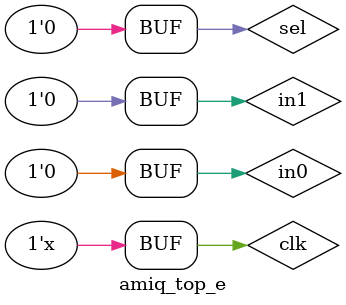
<source format=sv>
/******************************************************************************
* (C) Copyright 2019 AMIQ Consulting
*
* Licensed under the Apache License, Version 2.0 (the "License");
* you may not use this file except in compliance with the License.
* You may obtain a copy of the License at
*
* http://www.apache.org/licenses/LICENSE-2.0
*
* Unless required by applicable law or agreed to in writing, software
* distributed under the License is distributed on an "AS IS" BASIS,
* WITHOUT WARRANTIES OR CONDITIONS OF ANY KIND, either express or implied.
* See the License for the specific language governing permissions and
* limitations under the License.
*
* MODULE:      BLOG
* PROJECT:     How To Connect e-language with Python
* Description: This is a code snippet from the Blog article mentioned on PROJECT
* Link:        https://www.amiq.com/consulting/2019/04/25/how-to-connect-e-language-with-python/
*******************************************************************************/

module amiq_top_e;
	reg in0, in1; //the inputs of the mux
	reg sel; //the selection of the mux
	reg out; //the output of the mux
	reg clk; //the clock signal
	
	//Instantiate the DUT
	amiq_mux2_1 dut(clk,sel,in0,in1,out);
	
	//Signals initialization
	initial begin
		in0=0;
		in1=0;
		sel=0;
		clk=0;
	end
	
	//Clock generator
	always#5 clk =~clk;
endmodule

</source>
